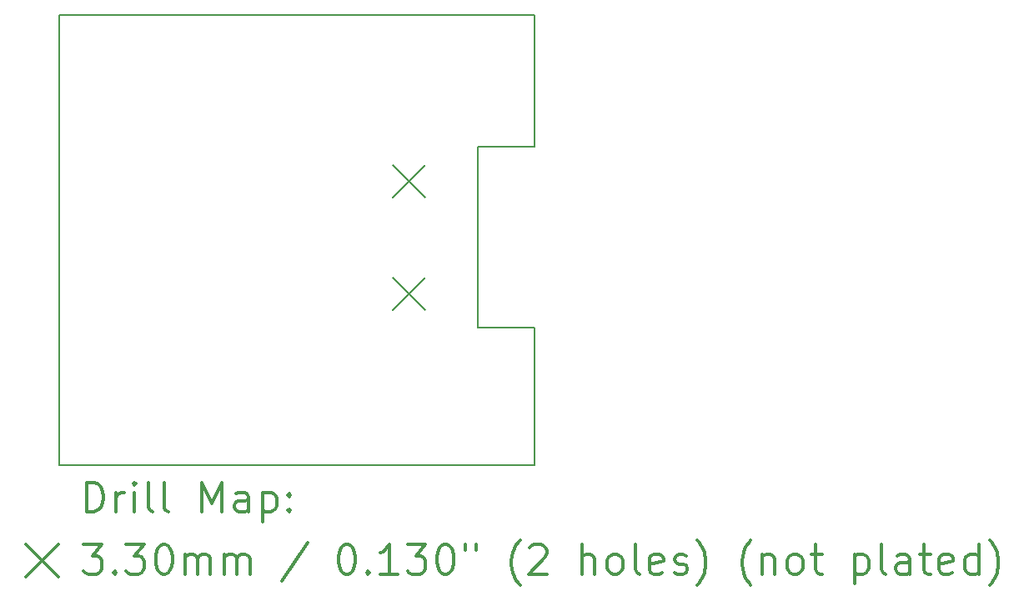
<source format=gbr>
%FSLAX45Y45*%
G04 Gerber Fmt 4.5, Leading zero omitted, Abs format (unit mm)*
G04 Created by KiCad (PCBNEW (5.1.6)-1) date 2023-04-30 23:17:15*
%MOMM*%
%LPD*%
G01*
G04 APERTURE LIST*
%TA.AperFunction,Profile*%
%ADD10C,0.150000*%
%TD*%
%ADD11C,0.200000*%
%ADD12C,0.300000*%
G04 APERTURE END LIST*
D10*
X24066500Y-10160000D02*
X24066500Y-11557000D01*
X23495000Y-10160000D02*
X24066500Y-10160000D01*
X23495000Y-8318500D02*
X23495000Y-10160000D01*
X23495000Y-8318500D02*
X24066500Y-8318500D01*
X19240500Y-11557000D02*
X24066500Y-11557000D01*
X19240500Y-11557000D02*
X19240500Y-6985000D01*
X24066500Y-6985000D02*
X24066500Y-8318500D01*
X19240500Y-6985000D02*
X24066500Y-6985000D01*
D11*
X22631500Y-8509000D02*
X22961500Y-8839000D01*
X22961500Y-8509000D02*
X22631500Y-8839000D01*
X22631500Y-9652200D02*
X22961500Y-9982200D01*
X22961500Y-9652200D02*
X22631500Y-9982200D01*
D12*
X19519428Y-12030214D02*
X19519428Y-11730214D01*
X19590857Y-11730214D01*
X19633714Y-11744500D01*
X19662286Y-11773071D01*
X19676571Y-11801643D01*
X19690857Y-11858786D01*
X19690857Y-11901643D01*
X19676571Y-11958786D01*
X19662286Y-11987357D01*
X19633714Y-12015929D01*
X19590857Y-12030214D01*
X19519428Y-12030214D01*
X19819428Y-12030214D02*
X19819428Y-11830214D01*
X19819428Y-11887357D02*
X19833714Y-11858786D01*
X19848000Y-11844500D01*
X19876571Y-11830214D01*
X19905143Y-11830214D01*
X20005143Y-12030214D02*
X20005143Y-11830214D01*
X20005143Y-11730214D02*
X19990857Y-11744500D01*
X20005143Y-11758786D01*
X20019428Y-11744500D01*
X20005143Y-11730214D01*
X20005143Y-11758786D01*
X20190857Y-12030214D02*
X20162286Y-12015929D01*
X20148000Y-11987357D01*
X20148000Y-11730214D01*
X20348000Y-12030214D02*
X20319428Y-12015929D01*
X20305143Y-11987357D01*
X20305143Y-11730214D01*
X20690857Y-12030214D02*
X20690857Y-11730214D01*
X20790857Y-11944500D01*
X20890857Y-11730214D01*
X20890857Y-12030214D01*
X21162286Y-12030214D02*
X21162286Y-11873071D01*
X21148000Y-11844500D01*
X21119428Y-11830214D01*
X21062286Y-11830214D01*
X21033714Y-11844500D01*
X21162286Y-12015929D02*
X21133714Y-12030214D01*
X21062286Y-12030214D01*
X21033714Y-12015929D01*
X21019428Y-11987357D01*
X21019428Y-11958786D01*
X21033714Y-11930214D01*
X21062286Y-11915929D01*
X21133714Y-11915929D01*
X21162286Y-11901643D01*
X21305143Y-11830214D02*
X21305143Y-12130214D01*
X21305143Y-11844500D02*
X21333714Y-11830214D01*
X21390857Y-11830214D01*
X21419428Y-11844500D01*
X21433714Y-11858786D01*
X21448000Y-11887357D01*
X21448000Y-11973071D01*
X21433714Y-12001643D01*
X21419428Y-12015929D01*
X21390857Y-12030214D01*
X21333714Y-12030214D01*
X21305143Y-12015929D01*
X21576571Y-12001643D02*
X21590857Y-12015929D01*
X21576571Y-12030214D01*
X21562286Y-12015929D01*
X21576571Y-12001643D01*
X21576571Y-12030214D01*
X21576571Y-11844500D02*
X21590857Y-11858786D01*
X21576571Y-11873071D01*
X21562286Y-11858786D01*
X21576571Y-11844500D01*
X21576571Y-11873071D01*
X18903000Y-12359500D02*
X19233000Y-12689500D01*
X19233000Y-12359500D02*
X18903000Y-12689500D01*
X19490857Y-12360214D02*
X19676571Y-12360214D01*
X19576571Y-12474500D01*
X19619428Y-12474500D01*
X19648000Y-12488786D01*
X19662286Y-12503071D01*
X19676571Y-12531643D01*
X19676571Y-12603071D01*
X19662286Y-12631643D01*
X19648000Y-12645929D01*
X19619428Y-12660214D01*
X19533714Y-12660214D01*
X19505143Y-12645929D01*
X19490857Y-12631643D01*
X19805143Y-12631643D02*
X19819428Y-12645929D01*
X19805143Y-12660214D01*
X19790857Y-12645929D01*
X19805143Y-12631643D01*
X19805143Y-12660214D01*
X19919428Y-12360214D02*
X20105143Y-12360214D01*
X20005143Y-12474500D01*
X20048000Y-12474500D01*
X20076571Y-12488786D01*
X20090857Y-12503071D01*
X20105143Y-12531643D01*
X20105143Y-12603071D01*
X20090857Y-12631643D01*
X20076571Y-12645929D01*
X20048000Y-12660214D01*
X19962286Y-12660214D01*
X19933714Y-12645929D01*
X19919428Y-12631643D01*
X20290857Y-12360214D02*
X20319428Y-12360214D01*
X20348000Y-12374500D01*
X20362286Y-12388786D01*
X20376571Y-12417357D01*
X20390857Y-12474500D01*
X20390857Y-12545929D01*
X20376571Y-12603071D01*
X20362286Y-12631643D01*
X20348000Y-12645929D01*
X20319428Y-12660214D01*
X20290857Y-12660214D01*
X20262286Y-12645929D01*
X20248000Y-12631643D01*
X20233714Y-12603071D01*
X20219428Y-12545929D01*
X20219428Y-12474500D01*
X20233714Y-12417357D01*
X20248000Y-12388786D01*
X20262286Y-12374500D01*
X20290857Y-12360214D01*
X20519428Y-12660214D02*
X20519428Y-12460214D01*
X20519428Y-12488786D02*
X20533714Y-12474500D01*
X20562286Y-12460214D01*
X20605143Y-12460214D01*
X20633714Y-12474500D01*
X20648000Y-12503071D01*
X20648000Y-12660214D01*
X20648000Y-12503071D02*
X20662286Y-12474500D01*
X20690857Y-12460214D01*
X20733714Y-12460214D01*
X20762286Y-12474500D01*
X20776571Y-12503071D01*
X20776571Y-12660214D01*
X20919428Y-12660214D02*
X20919428Y-12460214D01*
X20919428Y-12488786D02*
X20933714Y-12474500D01*
X20962286Y-12460214D01*
X21005143Y-12460214D01*
X21033714Y-12474500D01*
X21048000Y-12503071D01*
X21048000Y-12660214D01*
X21048000Y-12503071D02*
X21062286Y-12474500D01*
X21090857Y-12460214D01*
X21133714Y-12460214D01*
X21162286Y-12474500D01*
X21176571Y-12503071D01*
X21176571Y-12660214D01*
X21762286Y-12345929D02*
X21505143Y-12731643D01*
X22148000Y-12360214D02*
X22176571Y-12360214D01*
X22205143Y-12374500D01*
X22219428Y-12388786D01*
X22233714Y-12417357D01*
X22248000Y-12474500D01*
X22248000Y-12545929D01*
X22233714Y-12603071D01*
X22219428Y-12631643D01*
X22205143Y-12645929D01*
X22176571Y-12660214D01*
X22148000Y-12660214D01*
X22119428Y-12645929D01*
X22105143Y-12631643D01*
X22090857Y-12603071D01*
X22076571Y-12545929D01*
X22076571Y-12474500D01*
X22090857Y-12417357D01*
X22105143Y-12388786D01*
X22119428Y-12374500D01*
X22148000Y-12360214D01*
X22376571Y-12631643D02*
X22390857Y-12645929D01*
X22376571Y-12660214D01*
X22362286Y-12645929D01*
X22376571Y-12631643D01*
X22376571Y-12660214D01*
X22676571Y-12660214D02*
X22505143Y-12660214D01*
X22590857Y-12660214D02*
X22590857Y-12360214D01*
X22562286Y-12403071D01*
X22533714Y-12431643D01*
X22505143Y-12445929D01*
X22776571Y-12360214D02*
X22962286Y-12360214D01*
X22862286Y-12474500D01*
X22905143Y-12474500D01*
X22933714Y-12488786D01*
X22948000Y-12503071D01*
X22962286Y-12531643D01*
X22962286Y-12603071D01*
X22948000Y-12631643D01*
X22933714Y-12645929D01*
X22905143Y-12660214D01*
X22819428Y-12660214D01*
X22790857Y-12645929D01*
X22776571Y-12631643D01*
X23148000Y-12360214D02*
X23176571Y-12360214D01*
X23205143Y-12374500D01*
X23219428Y-12388786D01*
X23233714Y-12417357D01*
X23248000Y-12474500D01*
X23248000Y-12545929D01*
X23233714Y-12603071D01*
X23219428Y-12631643D01*
X23205143Y-12645929D01*
X23176571Y-12660214D01*
X23148000Y-12660214D01*
X23119428Y-12645929D01*
X23105143Y-12631643D01*
X23090857Y-12603071D01*
X23076571Y-12545929D01*
X23076571Y-12474500D01*
X23090857Y-12417357D01*
X23105143Y-12388786D01*
X23119428Y-12374500D01*
X23148000Y-12360214D01*
X23362286Y-12360214D02*
X23362286Y-12417357D01*
X23476571Y-12360214D02*
X23476571Y-12417357D01*
X23919428Y-12774500D02*
X23905143Y-12760214D01*
X23876571Y-12717357D01*
X23862286Y-12688786D01*
X23848000Y-12645929D01*
X23833714Y-12574500D01*
X23833714Y-12517357D01*
X23848000Y-12445929D01*
X23862286Y-12403071D01*
X23876571Y-12374500D01*
X23905143Y-12331643D01*
X23919428Y-12317357D01*
X24019428Y-12388786D02*
X24033714Y-12374500D01*
X24062286Y-12360214D01*
X24133714Y-12360214D01*
X24162286Y-12374500D01*
X24176571Y-12388786D01*
X24190857Y-12417357D01*
X24190857Y-12445929D01*
X24176571Y-12488786D01*
X24005143Y-12660214D01*
X24190857Y-12660214D01*
X24548000Y-12660214D02*
X24548000Y-12360214D01*
X24676571Y-12660214D02*
X24676571Y-12503071D01*
X24662286Y-12474500D01*
X24633714Y-12460214D01*
X24590857Y-12460214D01*
X24562286Y-12474500D01*
X24548000Y-12488786D01*
X24862286Y-12660214D02*
X24833714Y-12645929D01*
X24819428Y-12631643D01*
X24805143Y-12603071D01*
X24805143Y-12517357D01*
X24819428Y-12488786D01*
X24833714Y-12474500D01*
X24862286Y-12460214D01*
X24905143Y-12460214D01*
X24933714Y-12474500D01*
X24948000Y-12488786D01*
X24962286Y-12517357D01*
X24962286Y-12603071D01*
X24948000Y-12631643D01*
X24933714Y-12645929D01*
X24905143Y-12660214D01*
X24862286Y-12660214D01*
X25133714Y-12660214D02*
X25105143Y-12645929D01*
X25090857Y-12617357D01*
X25090857Y-12360214D01*
X25362286Y-12645929D02*
X25333714Y-12660214D01*
X25276571Y-12660214D01*
X25248000Y-12645929D01*
X25233714Y-12617357D01*
X25233714Y-12503071D01*
X25248000Y-12474500D01*
X25276571Y-12460214D01*
X25333714Y-12460214D01*
X25362286Y-12474500D01*
X25376571Y-12503071D01*
X25376571Y-12531643D01*
X25233714Y-12560214D01*
X25490857Y-12645929D02*
X25519428Y-12660214D01*
X25576571Y-12660214D01*
X25605143Y-12645929D01*
X25619428Y-12617357D01*
X25619428Y-12603071D01*
X25605143Y-12574500D01*
X25576571Y-12560214D01*
X25533714Y-12560214D01*
X25505143Y-12545929D01*
X25490857Y-12517357D01*
X25490857Y-12503071D01*
X25505143Y-12474500D01*
X25533714Y-12460214D01*
X25576571Y-12460214D01*
X25605143Y-12474500D01*
X25719428Y-12774500D02*
X25733714Y-12760214D01*
X25762286Y-12717357D01*
X25776571Y-12688786D01*
X25790857Y-12645929D01*
X25805143Y-12574500D01*
X25805143Y-12517357D01*
X25790857Y-12445929D01*
X25776571Y-12403071D01*
X25762286Y-12374500D01*
X25733714Y-12331643D01*
X25719428Y-12317357D01*
X26262286Y-12774500D02*
X26248000Y-12760214D01*
X26219428Y-12717357D01*
X26205143Y-12688786D01*
X26190857Y-12645929D01*
X26176571Y-12574500D01*
X26176571Y-12517357D01*
X26190857Y-12445929D01*
X26205143Y-12403071D01*
X26219428Y-12374500D01*
X26248000Y-12331643D01*
X26262286Y-12317357D01*
X26376571Y-12460214D02*
X26376571Y-12660214D01*
X26376571Y-12488786D02*
X26390857Y-12474500D01*
X26419428Y-12460214D01*
X26462286Y-12460214D01*
X26490857Y-12474500D01*
X26505143Y-12503071D01*
X26505143Y-12660214D01*
X26690857Y-12660214D02*
X26662286Y-12645929D01*
X26648000Y-12631643D01*
X26633714Y-12603071D01*
X26633714Y-12517357D01*
X26648000Y-12488786D01*
X26662286Y-12474500D01*
X26690857Y-12460214D01*
X26733714Y-12460214D01*
X26762286Y-12474500D01*
X26776571Y-12488786D01*
X26790857Y-12517357D01*
X26790857Y-12603071D01*
X26776571Y-12631643D01*
X26762286Y-12645929D01*
X26733714Y-12660214D01*
X26690857Y-12660214D01*
X26876571Y-12460214D02*
X26990857Y-12460214D01*
X26919428Y-12360214D02*
X26919428Y-12617357D01*
X26933714Y-12645929D01*
X26962286Y-12660214D01*
X26990857Y-12660214D01*
X27319428Y-12460214D02*
X27319428Y-12760214D01*
X27319428Y-12474500D02*
X27348000Y-12460214D01*
X27405143Y-12460214D01*
X27433714Y-12474500D01*
X27448000Y-12488786D01*
X27462286Y-12517357D01*
X27462286Y-12603071D01*
X27448000Y-12631643D01*
X27433714Y-12645929D01*
X27405143Y-12660214D01*
X27348000Y-12660214D01*
X27319428Y-12645929D01*
X27633714Y-12660214D02*
X27605143Y-12645929D01*
X27590857Y-12617357D01*
X27590857Y-12360214D01*
X27876571Y-12660214D02*
X27876571Y-12503071D01*
X27862286Y-12474500D01*
X27833714Y-12460214D01*
X27776571Y-12460214D01*
X27748000Y-12474500D01*
X27876571Y-12645929D02*
X27848000Y-12660214D01*
X27776571Y-12660214D01*
X27748000Y-12645929D01*
X27733714Y-12617357D01*
X27733714Y-12588786D01*
X27748000Y-12560214D01*
X27776571Y-12545929D01*
X27848000Y-12545929D01*
X27876571Y-12531643D01*
X27976571Y-12460214D02*
X28090857Y-12460214D01*
X28019428Y-12360214D02*
X28019428Y-12617357D01*
X28033714Y-12645929D01*
X28062286Y-12660214D01*
X28090857Y-12660214D01*
X28305143Y-12645929D02*
X28276571Y-12660214D01*
X28219428Y-12660214D01*
X28190857Y-12645929D01*
X28176571Y-12617357D01*
X28176571Y-12503071D01*
X28190857Y-12474500D01*
X28219428Y-12460214D01*
X28276571Y-12460214D01*
X28305143Y-12474500D01*
X28319428Y-12503071D01*
X28319428Y-12531643D01*
X28176571Y-12560214D01*
X28576571Y-12660214D02*
X28576571Y-12360214D01*
X28576571Y-12645929D02*
X28548000Y-12660214D01*
X28490857Y-12660214D01*
X28462286Y-12645929D01*
X28448000Y-12631643D01*
X28433714Y-12603071D01*
X28433714Y-12517357D01*
X28448000Y-12488786D01*
X28462286Y-12474500D01*
X28490857Y-12460214D01*
X28548000Y-12460214D01*
X28576571Y-12474500D01*
X28690857Y-12774500D02*
X28705143Y-12760214D01*
X28733714Y-12717357D01*
X28748000Y-12688786D01*
X28762286Y-12645929D01*
X28776571Y-12574500D01*
X28776571Y-12517357D01*
X28762286Y-12445929D01*
X28748000Y-12403071D01*
X28733714Y-12374500D01*
X28705143Y-12331643D01*
X28690857Y-12317357D01*
M02*

</source>
